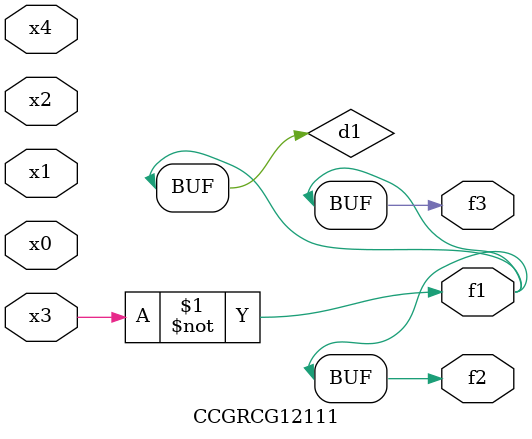
<source format=v>
module CCGRCG12111(
	input x0, x1, x2, x3, x4,
	output f1, f2, f3
);

	wire d1, d2;

	xnor (d1, x3);
	not (d2, x1);
	assign f1 = d1;
	assign f2 = d1;
	assign f3 = d1;
endmodule

</source>
